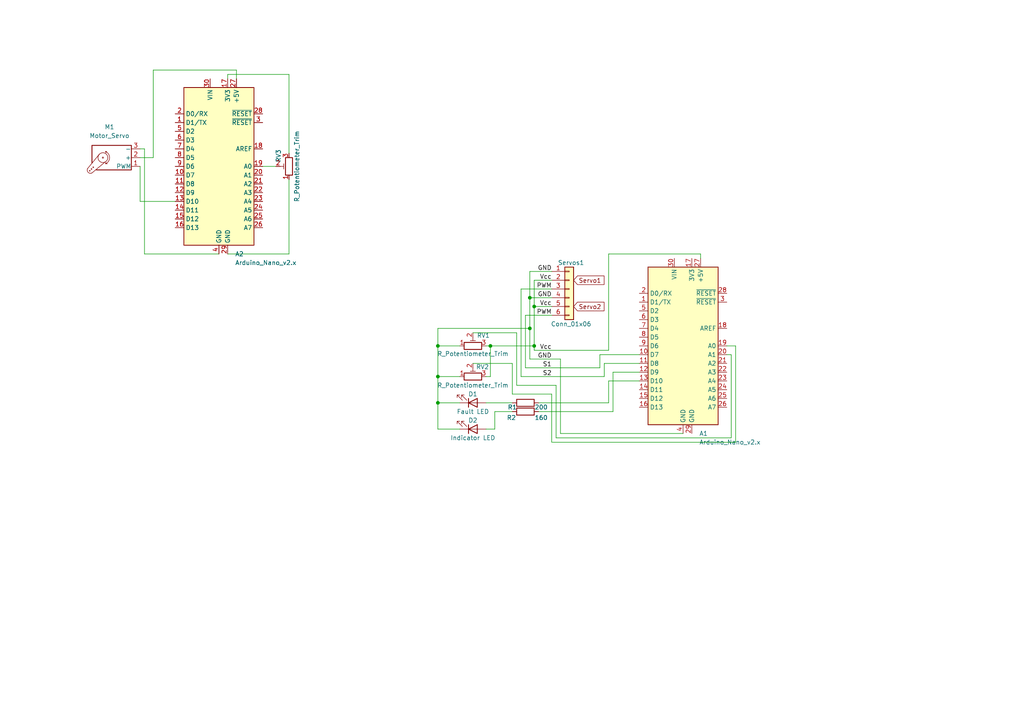
<source format=kicad_sch>
(kicad_sch (version 20250114) (generator "eeschema") (generator_version "9.0")
  (paper "A4")
  (title_block (title "Morphing wing PCB") (date "2025-03-14") (rev "v1.1") (comment 1 "Email: o.meszaros@student.unsw.edu.au") (comment 2 "zID: z5636164") (comment 3 "Designed by Oskar Meszaros"))
  (lib_symbols
    (symbol "Connector_Generic:Conn_01x06" (pin_names (offset 1.016) (hide yes))
      (property "Reference" "J" (at 0 7.62 0))
      (property "Value" "Conn_01x06" (at 0 -10.16 0))
      (symbol "Conn_01x06_1_1"
        (rectangle (start -1.27 6.35) (end 1.27 -8.89) (stroke (width 0.254)) (fill (type background)))
        (rectangle (start -1.27 5.207) (end 0 4.953) (stroke (width 0.1524)))
        (rectangle (start -1.27 2.667) (end 0 2.413) (stroke (width 0.1524)))
        (rectangle (start -1.27 0.127) (end 0 -0.127) (stroke (width 0.1524)))
        (rectangle (start -1.27 -2.413) (end 0 -2.667) (stroke (width 0.1524)))
        (rectangle (start -1.27 -4.953) (end 0 -5.207) (stroke (width 0.1524)))
        (rectangle (start -1.27 -7.493) (end 0 -7.747) (stroke (width 0.1524)))
        (pin passive line (at -5.08 5.08 0) (length 3.81) (name "Pin_1") (number "1"))
        (pin passive line (at -5.08 2.54 0) (length 3.81) (name "Pin_2") (number "2"))
        (pin passive line (at -5.08 0 0) (length 3.81) (name "Pin_3") (number "3"))
        (pin passive line (at -5.08 -2.54 0) (length 3.81) (name "Pin_4") (number "4"))
        (pin passive line (at -5.08 -5.08 0) (length 3.81) (name "Pin_5") (number "5"))
        (pin passive line (at -5.08 -7.62 0) (length 3.81) (name "Pin_6") (number "6"))
      )
    )
    (symbol "Device:LED" (pin_numbers (hide yes)) (pin_names (offset 1.016) (hide yes))
      (property "Reference" "D" (at 0 2.54 0))
      (property "Value" "LED" (at 0 -2.54 0))
      (symbol "LED_0_1"
        (polyline (pts (xy -3.048 -0.762) (xy -4.572 -2.286) (xy -3.81 -2.286) (xy -4.572 -2.286) (xy -4.572 -1.524)))
        (polyline (pts (xy -1.778 -0.762) (xy -3.302 -2.286) (xy -2.54 -2.286) (xy -3.302 -2.286) (xy -3.302 -1.524)))
        (polyline (pts (xy -1.27 0) (xy 1.27 0)))
        (polyline (pts (xy -1.27 -1.27) (xy -1.27 1.27)) (stroke (width 0.254)))
        (polyline (pts (xy 1.27 -1.27) (xy 1.27 1.27) (xy -1.27 0) (xy 1.27 -1.27)) (stroke (width 0.254)))
      )
      (symbol "LED_1_1"
        (pin passive line (at -3.81 0 0) (length 2.54) (name "K") (number "1"))
        (pin passive line (at 3.81 0 180) (length 2.54) (name "A") (number "2"))
      )
    )
    (symbol "Device:R" (pin_numbers (hide yes)) (pin_names (offset 0))
      (property "Reference" "R" (at 2.032 0 90))
      (property "Value" "R" (at 0 0 90))
      (symbol "R_0_1"
        (rectangle (start -1.016 -2.54) (end 1.016 2.54) (stroke (width 0.254)))
      )
      (symbol "R_1_1"
        (pin passive line (at 0 3.81 270) (length 1.27) (name "~") (number "1"))
        (pin passive line (at 0 -3.81 90) (length 1.27) (name "~") (number "2"))
      )
    )
    (symbol "Device:R_Potentiometer_Trim" (pin_names (offset 1.016) (hide yes))
      (property "Reference" "RV" (at -4.445 0 90))
      (property "Value" "R_Potentiometer_Trim" (at -2.54 0 90))
      (symbol "R_Potentiometer_Trim_0_1"
        (rectangle (start 1.016 2.54) (end -1.016 -2.54) (stroke (width 0.254)))
        (polyline (pts (xy 1.524 0.762) (xy 1.524 -0.762)))
        (polyline (pts (xy 2.54 0) (xy 1.524 0)))
      )
      (symbol "R_Potentiometer_Trim_1_1"
        (pin passive line (at 0 3.81 270) (length 1.27) (name "1") (number "1"))
        (pin passive line (at 0 -3.81 90) (length 1.27) (name "3") (number "3"))
        (pin passive line (at 3.81 0 180) (length 1.27) (name "2") (number "2"))
      )
    )
    (symbol "MCU_Module:Arduino_Nano_v2.x"
      (property "Reference" "A" (at -10.16 23.495 0))
      (property "Value" "Arduino_Nano_v2.x" (at 5.08 -24.13 0))
      (symbol "Arduino_Nano_v2.x_0_1"
        (rectangle (start -10.16 22.86) (end 10.16 -22.86) (stroke (width 0.254)) (fill (type background)))
      )
      (symbol "Arduino_Nano_v2.x_1_1"
        (pin bidirectional line (at -12.7 15.24 0) (length 2.54) (name "D0/RX") (number "2"))
        (pin bidirectional line (at -12.7 12.7 0) (length 2.54) (name "D1/TX") (number "1"))
        (pin bidirectional line (at -12.7 10.16 0) (length 2.54) (name "D2") (number "5"))
        (pin bidirectional line (at -12.7 7.62 0) (length 2.54) (name "D3") (number "6"))
        (pin bidirectional line (at -12.7 5.08 0) (length 2.54) (name "D4") (number "7"))
        (pin bidirectional line (at -12.7 2.54 0) (length 2.54) (name "D5") (number "8"))
        (pin bidirectional line (at -12.7 0 0) (length 2.54) (name "D6") (number "9"))
        (pin bidirectional line (at -12.7 -2.54 0) (length 2.54) (name "D7") (number "10"))
        (pin bidirectional line (at -12.7 -5.08 0) (length 2.54) (name "D8") (number "11"))
        (pin bidirectional line (at -12.7 -7.62 0) (length 2.54) (name "D9") (number "12"))
        (pin bidirectional line (at -12.7 -10.16 0) (length 2.54) (name "D10") (number "13"))
        (pin bidirectional line (at -12.7 -12.7 0) (length 2.54) (name "D11") (number "14"))
        (pin bidirectional line (at -12.7 -15.24 0) (length 2.54) (name "D12") (number "15"))
        (pin bidirectional line (at -12.7 -17.78 0) (length 2.54) (name "D13") (number "16"))
        (pin power_in line (at -2.54 25.4 270) (length 2.54) (name "VIN") (number "30"))
        (pin power_in line (at 0 -25.4 90) (length 2.54) (name "GND") (number "4"))
        (pin power_out line (at 2.54 25.4 270) (length 2.54) (name "3V3") (number "17"))
        (pin power_in line (at 2.54 -25.4 90) (length 2.54) (name "GND") (number "29"))
        (pin power_out line (at 5.08 25.4 270) (length 2.54) (name "+5V") (number "27"))
        (pin input line (at 12.7 15.24 180) (length 2.54) (name "~{RESET}") (number "28"))
        (pin input line (at 12.7 12.7 180) (length 2.54) (name "~{RESET}") (number "3"))
        (pin input line (at 12.7 5.08 180) (length 2.54) (name "AREF") (number "18"))
        (pin bidirectional line (at 12.7 0 180) (length 2.54) (name "A0") (number "19"))
        (pin bidirectional line (at 12.7 -2.54 180) (length 2.54) (name "A1") (number "20"))
        (pin bidirectional line (at 12.7 -5.08 180) (length 2.54) (name "A2") (number "21"))
        (pin bidirectional line (at 12.7 -7.62 180) (length 2.54) (name "A3") (number "22"))
        (pin bidirectional line (at 12.7 -10.16 180) (length 2.54) (name "A4") (number "23"))
        (pin bidirectional line (at 12.7 -12.7 180) (length 2.54) (name "A5") (number "24"))
        (pin bidirectional line (at 12.7 -15.24 180) (length 2.54) (name "A6") (number "25"))
        (pin bidirectional line (at 12.7 -17.78 180) (length 2.54) (name "A7") (number "26"))
      )
    )
    (symbol "Motor:Motor_Servo" (pin_names (offset 0.0254))
      (property "Reference" "M" (at -5.08 4.445 0))
      (property "Value" "Motor_Servo" (at -5.08 -4.064 0))
      (symbol "Motor_Servo_0_1"
        (polyline (pts (xy 2.413 1.778) (xy 1.905 1.778)))
        (polyline (pts (xy 2.413 1.778) (xy 2.286 1.397)))
        (polyline (pts (xy 2.413 -1.778) (xy 2.032 -1.778)))
        (polyline (pts (xy 2.413 -1.778) (xy 2.286 -1.397)))
        (arc (start 2.413 -1.778) (mid 1.2406 0) (end 2.413 1.778))
        (circle (center 3.175 0) (radius 0.1778))
        (circle (center 3.175 0) (radius 1.4224))
        (polyline (pts (xy 5.08 3.556) (xy -5.08 3.556) (xy -5.08 -3.556) (xy 6.35 -3.556) (xy 6.35 1.524)) (stroke (width 0.254)))
        (circle (center 5.969 2.794) (radius 0.127))
        (polyline (pts (xy 6.35 4.445) (xy 2.54 1.27)))
        (circle (center 6.477 3.302) (radius 0.127))
        (arc (start 6.35 4.445) (mid 7.4487 4.2737) (end 7.62 3.175))
        (circle (center 6.985 3.81) (radius 0.127))
        (polyline (pts (xy 7.62 3.175) (xy 4.191 -1.016)))
      )
      (symbol "Motor_Servo_1_1"
        (pin passive line (at -7.62 2.54 0) (length 2.54) (name "PWM") (number "1"))
        (pin passive line (at -7.62 0 0) (length 2.54) (name "+") (number "2"))
        (pin passive line (at -7.62 -2.54 0) (length 2.54) (name "-") (number "3"))
      )
    )
  )
  (junction (at 154.94 88.9))
  (junction (at 127 100.33))
  (junction (at 142.24 100.33))
  (junction (at 153.67 86.36))
  (junction (at 127 109.22))
  (junction (at 153.67 95.25))
  (junction (at 127 116.84))
  (junction (at 154.94 100.33))
  (wire (pts (xy 68.58 20.32) (xy 44.45 20.32)))
  (wire (pts (xy 154.94 101.6) (xy 154.94 100.33)))
  (wire (pts (xy 175.26 105.41) (xy 185.42 105.41)))
  (wire (pts (xy 177.8 119.38) (xy 177.8 107.95)))
  (wire (pts (xy 154.94 88.9) (xy 154.94 81.28)))
  (wire (pts (xy 176.53 110.49) (xy 185.42 110.49)))
  (wire (pts (xy 154.94 101.6) (xy 176.53 101.6)))
  (wire (pts (xy 143.51 119.38) (xy 143.51 124.46)))
  (wire (pts (xy 154.94 100.33) (xy 154.94 88.9)))
  (wire (pts (xy 153.67 86.36) (xy 160.02 86.36)))
  (wire (pts (xy 127 109.22) (xy 133.35 109.22)))
  (wire (pts (xy 212.09 127) (xy 212.09 102.87)))
  (wire (pts (xy 143.51 119.38) (xy 148.59 119.38)))
  (wire (pts (xy 176.53 116.84) (xy 176.53 110.49)))
  (wire (pts (xy 127 116.84) (xy 133.35 116.84)))
  (wire (pts (xy 148.59 105.41) (xy 137.16 105.41)))
  (wire (pts (xy 41.91 43.18) (xy 40.64 43.18)))
  (wire (pts (xy 83.82 44.45) (xy 83.82 21.59)))
  (wire (pts (xy 177.8 107.95) (xy 185.42 107.95)))
  (wire (pts (xy 76.2 48.26) (xy 80.01 48.26)))
  (wire (pts (xy 156.21 116.84) (xy 176.53 116.84)))
  (wire (pts (xy 173.99 102.87) (xy 185.42 102.87)))
  (wire (pts (xy 140.97 100.33) (xy 142.24 100.33)))
  (wire (pts (xy 127 95.25) (xy 153.67 95.25)))
  (wire (pts (xy 83.82 73.66) (xy 83.82 52.07)))
  (wire (pts (xy 127 109.22) (xy 127 100.33)))
  (wire (pts (xy 127 124.46) (xy 127 116.84)))
  (wire (pts (xy 142.24 100.33) (xy 154.94 100.33)))
  (wire (pts (xy 176.53 101.6) (xy 176.53 73.66)))
  (wire (pts (xy 151.13 83.82) (xy 160.02 83.82)))
  (wire (pts (xy 127 124.46) (xy 133.35 124.46)))
  (wire (pts (xy 152.4 106.68) (xy 152.4 91.44)))
  (wire (pts (xy 44.45 45.72) (xy 40.64 45.72)))
  (wire (pts (xy 154.94 81.28) (xy 160.02 81.28)))
  (wire (pts (xy 156.21 119.38) (xy 177.8 119.38)))
  (wire (pts (xy 160.02 114.3) (xy 160.02 128.27)))
  (wire (pts (xy 152.4 91.44) (xy 160.02 91.44)))
  (wire (pts (xy 66.04 73.66) (xy 83.82 73.66)))
  (wire (pts (xy 176.53 73.66) (xy 203.2 73.66)))
  (wire (pts (xy 153.67 95.25) (xy 153.67 86.36)))
  (wire (pts (xy 153.67 86.36) (xy 153.67 78.74)))
  (wire (pts (xy 213.36 100.33) (xy 210.82 100.33)))
  (wire (pts (xy 148.59 114.3) (xy 148.59 105.41)))
  (wire (pts (xy 149.86 111.76) (xy 149.86 96.52)))
  (wire (pts (xy 127 100.33) (xy 127 95.25)))
  (wire (pts (xy 127 116.84) (xy 127 109.22)))
  (wire (pts (xy 149.86 111.76) (xy 161.29 111.76)))
  (wire (pts (xy 83.82 21.59) (xy 66.04 21.59)))
  (wire (pts (xy 212.09 102.87) (xy 210.82 102.87)))
  (wire (pts (xy 161.29 111.76) (xy 161.29 127)))
  (wire (pts (xy 161.29 127) (xy 212.09 127)))
  (wire (pts (xy 153.67 104.14) (xy 153.67 95.25)))
  (wire (pts (xy 142.24 109.22) (xy 142.24 100.33)))
  (wire (pts (xy 44.45 20.32) (xy 44.45 45.72)))
  (wire (pts (xy 127 100.33) (xy 133.35 100.33)))
  (wire (pts (xy 203.2 73.66) (xy 203.2 74.93)))
  (wire (pts (xy 152.4 106.68) (xy 173.99 106.68)))
  (wire (pts (xy 153.67 78.74) (xy 160.02 78.74)))
  (wire (pts (xy 68.58 22.86) (xy 68.58 20.32)))
  (wire (pts (xy 173.99 106.68) (xy 173.99 102.87)))
  (wire (pts (xy 162.56 125.73) (xy 198.12 125.73)))
  (wire (pts (xy 140.97 109.22) (xy 142.24 109.22)))
  (wire (pts (xy 213.36 128.27) (xy 213.36 100.33)))
  (wire (pts (xy 175.26 109.22) (xy 175.26 105.41)))
  (wire (pts (xy 160.02 114.3) (xy 148.59 114.3)))
  (wire (pts (xy 151.13 109.22) (xy 175.26 109.22)))
  (wire (pts (xy 143.51 124.46) (xy 140.97 124.46)))
  (wire (pts (xy 140.97 116.84) (xy 148.59 116.84)))
  (wire (pts (xy 162.56 104.14) (xy 162.56 125.73)))
  (wire (pts (xy 40.64 58.42) (xy 40.64 48.26)))
  (wire (pts (xy 151.13 109.22) (xy 151.13 83.82)))
  (wire (pts (xy 160.02 128.27) (xy 213.36 128.27)))
  (wire (pts (xy 63.5 73.66) (xy 41.91 73.66)))
  (wire (pts (xy 66.04 21.59) (xy 66.04 22.86)))
  (wire (pts (xy 149.86 96.52) (xy 137.16 96.52)))
  (wire (pts (xy 153.67 104.14) (xy 162.56 104.14)))
  (wire (pts (xy 50.8 58.42) (xy 40.64 58.42)))
  (wire (pts (xy 41.91 73.66) (xy 41.91 43.18)))
  (wire (pts (xy 154.94 88.9) (xy 160.02 88.9)))
  (label "GND" (at 160.02 78.74 180))
  (label "Vcc" (at 160.02 81.28 180))
  (label "PWM" (at 160.02 83.82 180))
  (label "S1" (at 160.02 106.68 180))
  (label "GND" (at 160.02 86.36 180))
  (label "S2" (at 160.02 109.22 180))
  (label "GND" (at 160.02 104.14 180))
  (label "PWM" (at 160.02 91.44 180))
  (label "Vcc" (at 160.02 101.6 180))
  (label "Vcc" (at 160.02 88.9 180))
  (global_label "Servo2" (shape input) (at 166.37 88.9 0) (property "Intersheetrefs" "${INTERSHEET_REFS}" (effects (hide yes))))
  (global_label "Servo1" (shape input) (at 166.37 81.28 0) (property "Intersheetrefs" "${INTERSHEET_REFS}" (effects (hide yes))))
  (symbol (lib_id "Connector_Generic:Conn_01x06") (at 165.1 83.82 0) (unit 1)
    (property "Reference" "Servos1" (at 161.798 76.2 0) (effects (justify left)))
    (property "Value" "Conn_01x06" (at 159.766 93.98 0) (effects (justify left)))
    (property "Footprint" "Connector_PinSocket_2.54mm:PinSocket_1x06_P2.54mm_Vertical" (effects (hide yes)))
    (property "Description" "Generic connector, single row, 01x06, script generated (kicad-library-utils/schlib/autogen/connector/)" (effects (hide yes)))
  )
  (symbol (lib_id "Device:R_Potentiometer_Trim") (at 83.82 48.26 180) (unit 1)
    (property "Reference" "RV3" (at 80.772 45.212 90))
    (property "Value" "R_Potentiometer_Trim" (at 86.106 48.26 90))
    (property "Footprint" "Potentiometer_THT:Potentiometer_ACP_CA9-H2,5_Horizontal" (effects (hide yes)))
    (property "Description" "Trim-potentiometer" (effects (hide yes)))
  )
  (symbol (lib_id "Device:R_Potentiometer_Trim") (at 137.16 109.22 90) (unit 1)
    (property "Reference" "RV2" (at 139.954 106.426 90))
    (property "Value" "R_Potentiometer_Trim" (at 137.16 111.76 90))
    (property "Footprint" "Potentiometer_THT:Potentiometer_ACP_CA9-H2,5_Horizontal" (effects (hide yes)))
    (property "Description" "Trim-potentiometer" (effects (hide yes)))
  )
  (symbol (lib_id "Device:R") (at 152.4 119.38 90) (unit 1)
    (property "Reference" "R2" (at 148.336 121.158 90))
    (property "Value" "160" (at 156.972 121.158 90))
    (property "Footprint" "Resistor_THT:R_Axial_DIN0207_L6.3mm_D2.5mm_P10.16mm_Horizontal" (effects (hide yes)))
    (property "Description" "Resistor" (effects (hide yes)))
  )
  (symbol (lib_id "MCU_Module:Arduino_Nano_v2.x") (at 198.12 100.33 0) (unit 1)
    (property "Reference" "A1" (at 202.8033 125.73 0) (effects (justify left)))
    (property "Value" "Arduino_Nano_v2.x" (at 202.8033 128.27 0) (effects (justify left)))
    (property "Footprint" "Module:Arduino_Nano" (effects (hide yes)))
    (property "Datasheet" "https://www.arduino.cc/en/uploads/Main/ArduinoNanoManual23.pdf" (effects (hide yes)))
    (property "Description" "Arduino Nano v2.x" (effects (hide yes)))
  )
  (symbol (lib_id "Device:R") (at 152.4 116.84 90) (unit 1)
    (property "Reference" "R1" (at 148.59 118.11 90))
    (property "Value" "200" (at 156.972 118.11 90))
    (property "Footprint" "Resistor_THT:R_Axial_DIN0207_L6.3mm_D2.5mm_P10.16mm_Horizontal" (effects (hide yes)))
    (property "Description" "Resistor" (effects (hide yes)))
  )
  (symbol (lib_id "Device:R_Potentiometer_Trim") (at 137.16 100.33 90) (unit 1)
    (property "Reference" "RV1" (at 140.208 97.282 90))
    (property "Value" "R_Potentiometer_Trim" (at 137.16 102.616 90))
    (property "Footprint" "Potentiometer_THT:Potentiometer_ACP_CA9-H2,5_Horizontal" (effects (hide yes)))
    (property "Description" "Trim-potentiometer" (effects (hide yes)))
  )
  (symbol (lib_id "Motor:Motor_Servo") (at 33.02 45.72 180) (unit 1)
    (property "Reference" "M1" (at 31.7639 36.83 0))
    (property "Value" "Motor_Servo" (at 31.7639 39.37 0))
    (property "Datasheet" "http://forums.parallax.com/uploads/attachments/46831/74481.png" (effects (hide yes)))
    (property "Description" "Servo Motor (Futaba, HiTec, JR connector)" (effects (hide yes)))
  )
  (symbol (lib_id "MCU_Module:Arduino_Nano_v2.x") (at 63.5 48.26 0) (unit 1)
    (property "Reference" "A2" (at 68.1833 73.66 0) (effects (justify left)))
    (property "Value" "Arduino_Nano_v2.x" (at 68.1833 76.2 0) (effects (justify left)))
    (property "Footprint" "Module:Arduino_Nano" (effects (hide yes)))
    (property "Datasheet" "https://www.arduino.cc/en/uploads/Main/ArduinoNanoManual23.pdf" (effects (hide yes)))
    (property "Description" "Arduino Nano v2.x" (effects (hide yes)))
  )
  (symbol (lib_id "Device:LED") (at 137.16 116.84 0) (mirror x) (unit 1)
    (property "Reference" "D1" (at 137.16 114.3 0))
    (property "Value" "Fault LED" (at 137.16 119.38 0))
    (property "Footprint" "LED_THT:LED_D5.0mm_Horizontal_O1.27mm_Z9.0mm" (effects (hide yes)))
    (property "Description" "Light emitting diode" (effects (hide yes)))
    (property "Sim.Pins" "1=K 2=A" (effects (hide yes)))
  )
  (symbol (lib_id "Device:LED") (at 137.16 124.46 0) (mirror x) (unit 1)
    (property "Reference" "D2" (at 137.16 121.92 0))
    (property "Value" "Indicator LED" (at 137.16 127 0))
    (property "Footprint" "LED_THT:LED_D5.0mm_Horizontal_O1.27mm_Z9.0mm" (effects (hide yes)))
    (property "Description" "Light emitting diode" (effects (hide yes)))
    (property "Sim.Pins" "1=K 2=A" (effects (hide yes)))
  )
)
</source>
